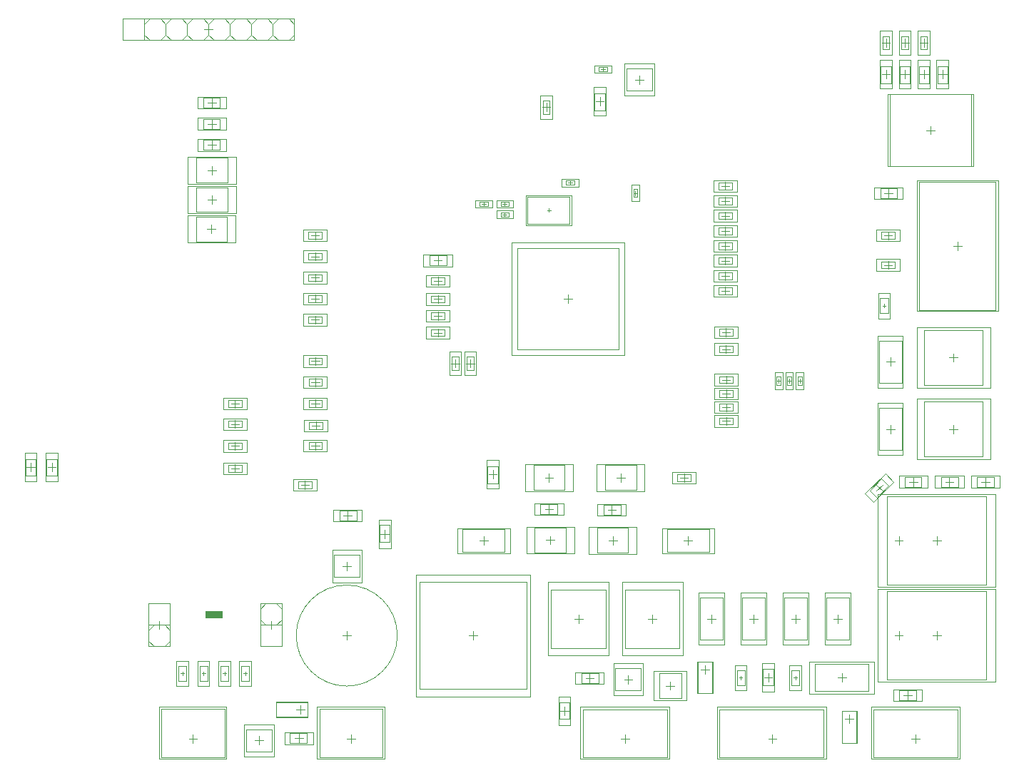
<source format=gbp>
G04*
G04 #@! TF.GenerationSoftware,Altium Limited,Altium Designer,21.8.1 (53)*
G04*
G04 Layer_Color=128*
%FSLAX44Y44*%
%MOMM*%
G71*
G04*
G04 #@! TF.SameCoordinates,1FB688D2-263A-4AAE-8E22-032C2D514067*
G04*
G04*
G04 #@! TF.FilePolarity,Positive*
G04*
G01*
G75*
%ADD14C,0.0500*%
%ADD17C,0.1000*%
G04:AMPARAMS|DCode=46|XSize=0.8mm|YSize=2mm|CornerRadius=0.004mm|HoleSize=0mm|Usage=FLASHONLY|Rotation=90.000|XOffset=0mm|YOffset=0mm|HoleType=Round|Shape=RoundedRectangle|*
%AMROUNDEDRECTD46*
21,1,0.8000,1.9920,0,0,90.0*
21,1,0.7920,2.0000,0,0,90.0*
1,1,0.0080,0.9960,0.3960*
1,1,0.0080,0.9960,-0.3960*
1,1,0.0080,-0.9960,-0.3960*
1,1,0.0080,-0.9960,0.3960*
%
%ADD46ROUNDEDRECTD46*%
D14*
X422300Y224600D02*
X447700D01*
Y275400D01*
X422300D02*
X447700D01*
X422300Y224600D02*
Y275400D01*
X315200Y224600D02*
Y275400D01*
X289800Y224600D02*
X315200D01*
X289800D02*
Y275400D01*
X315200D01*
X259200Y969950D02*
X462400D01*
Y944550D02*
Y969950D01*
X259200Y944550D02*
X462400D01*
X259200D02*
Y969950D01*
D17*
X585000Y237500D02*
G03*
X585000Y237500I-60000J0D01*
G01*
X847502Y577499D02*
Y697498D01*
X727502Y577499D02*
X847502D01*
X727502D02*
Y697498D01*
X847502D01*
X383002Y705352D02*
Y734652D01*
X346001Y705352D02*
X383002D01*
X346001D02*
Y734652D01*
X383002D01*
X843800Y172300D02*
Y198700D01*
X874200D01*
Y172300D02*
Y198700D01*
X843800Y172300D02*
X874200D01*
X457500Y121500D02*
X477492D01*
X457500Y109500D02*
X477492D01*
X457500D02*
Y121500D01*
X477492Y109500D02*
Y121500D01*
X789250Y138508D02*
Y158500D01*
X777250Y138508D02*
Y158500D01*
X789250D01*
X777250Y138508D02*
X789250D01*
X803758Y181000D02*
X823750D01*
X803758Y193000D02*
X823750D01*
Y181000D02*
Y193000D01*
X803758Y181000D02*
Y193000D01*
X436200Y99800D02*
Y126200D01*
X405800Y99800D02*
X436200D01*
X405800D02*
Y126200D01*
X436200D01*
X895550Y193200D02*
X921950D01*
Y162800D02*
Y193200D01*
X895550Y162800D02*
X921950D01*
X895550D02*
Y193200D01*
X767500Y292301D02*
X832499D01*
X767500Y222701D02*
Y292301D01*
Y222701D02*
X832499D01*
Y292301D01*
X919999Y222701D02*
Y292301D01*
X855000Y222701D02*
X919999D01*
X855000D02*
Y292301D01*
X919999D01*
X967000Y93000D02*
X1091000D01*
X967000D02*
Y150000D01*
X1091000D01*
Y93000D02*
Y150000D01*
X611501Y300998D02*
X738501D01*
X611501Y173998D02*
X738501D01*
X611501D02*
Y300998D01*
X738501Y173998D02*
Y300998D01*
X625000Y654500D02*
X641000D01*
X625000Y662501D02*
X641000D01*
Y654500D02*
Y662501D01*
X625000Y654500D02*
Y662501D01*
X967250Y528750D02*
X983250D01*
X967250Y520749D02*
X983250D01*
X967250D02*
Y528750D01*
X983250Y520749D02*
Y528750D01*
X983000Y593499D02*
Y601500D01*
X967000Y593499D02*
Y601500D01*
Y593499D02*
X983000D01*
X967000Y601500D02*
X983000D01*
Y573499D02*
Y581500D01*
X967000Y573499D02*
Y581500D01*
Y573499D02*
X983000D01*
X967000Y581500D02*
X983000D01*
X1165993Y297498D02*
Y402499D01*
X1283993D01*
Y297498D02*
Y402499D01*
X1165993Y297498D02*
X1283993D01*
X1175000Y350000D02*
X1185000D01*
X1180000Y345000D02*
Y355000D01*
X1157748Y620252D02*
Y637751D01*
X1167248D01*
Y620252D02*
Y637751D01*
X1157748Y620252D02*
X1167248D01*
X1159500Y673500D02*
Y681501D01*
X1175500Y673500D02*
Y681501D01*
X1159500D02*
X1175500D01*
X1159500Y673500D02*
X1175500D01*
X1159500Y708500D02*
Y716501D01*
X1175500Y708500D02*
Y716501D01*
X1159500D02*
X1175500D01*
X1159500Y708500D02*
X1175500D01*
X1204450Y623800D02*
Y776200D01*
X1294450D01*
Y623800D02*
Y776200D01*
X1204450Y623800D02*
X1294450D01*
X1158008Y756500D02*
Y768500D01*
X1178000Y756500D02*
Y768500D01*
X1158008D02*
X1178000D01*
X1158008Y756500D02*
X1178000D01*
X623508Y676750D02*
X643500D01*
X623508Y688750D02*
X643500D01*
Y676750D02*
Y688750D01*
X623508Y676750D02*
Y688750D01*
X983250Y536999D02*
Y545000D01*
X967250Y536999D02*
Y545000D01*
Y536999D02*
X983250D01*
X967250Y545000D02*
X983250D01*
X967250Y512500D02*
X983250D01*
X967250Y504499D02*
X983250D01*
X967250D02*
Y512500D01*
X983250Y504499D02*
Y512500D01*
X967250Y496250D02*
X983250D01*
X967250Y488249D02*
X983250D01*
X967250D02*
Y496250D01*
X983250Y488249D02*
Y496250D01*
X987749Y178752D02*
Y196252D01*
X997248D01*
Y178752D02*
Y196252D01*
X987749Y178752D02*
X997248D01*
X1019000Y178008D02*
X1031000D01*
X1019000Y198000D02*
X1031000D01*
X1019000Y178008D02*
Y198000D01*
X1031000Y178008D02*
Y198000D01*
X1052498Y178752D02*
Y196252D01*
X1061998D01*
Y178752D02*
Y196252D01*
X1052498Y178752D02*
X1061998D01*
X1080750Y171500D02*
Y203500D01*
X1144250Y171500D02*
Y203500D01*
X1080750D02*
X1144250D01*
X1080750Y171500D02*
X1144250D01*
X941500Y168751D02*
Y206251D01*
X958500D01*
Y168751D02*
Y206251D01*
X941500Y168751D02*
X958500D01*
X1180000Y232500D02*
Y242500D01*
X1175000Y237500D02*
X1185000D01*
X1165993Y184998D02*
X1283993D01*
Y289999D01*
X1165993D02*
X1283993D01*
X1165993Y184998D02*
Y289999D01*
X1180758Y160750D02*
X1200751D01*
X1180758Y172750D02*
X1200751D01*
Y160750D02*
Y172750D01*
X1180758Y160750D02*
Y172750D01*
X1112751Y110251D02*
X1129750D01*
Y147751D01*
X1112751D02*
X1129750D01*
X1112751Y110251D02*
Y147751D01*
X1250000Y93000D02*
Y150000D01*
X1150000D02*
X1250000D01*
X1150000Y93000D02*
Y150000D01*
Y93000D02*
X1250000D01*
X905000D02*
Y150000D01*
X805000D02*
X905000D01*
X805000Y93000D02*
Y150000D01*
Y93000D02*
X905000D01*
X1093999Y232500D02*
Y282500D01*
X1120998D01*
Y232500D02*
Y282500D01*
X1093999Y232500D02*
X1120998D01*
X1044002Y282500D02*
X1071002D01*
X1044002Y232500D02*
Y282500D01*
Y232500D02*
X1071002D01*
Y282500D01*
X994002D02*
X1021001D01*
X994002Y232500D02*
Y282500D01*
Y232500D02*
X1021001D01*
Y282500D01*
X943999Y232500D02*
X970998D01*
Y282500D01*
X943999D02*
X970998D01*
X943999Y232500D02*
Y282500D01*
X933250Y420749D02*
Y428750D01*
X917250Y420749D02*
Y428750D01*
Y420749D02*
X933250D01*
X917250Y428750D02*
X933250D01*
X830008Y380750D02*
X850000D01*
X830008Y392750D02*
X850000D01*
Y380750D02*
Y392750D01*
X830008Y380750D02*
Y392750D01*
X774492Y381500D02*
Y393500D01*
X754500Y381500D02*
Y393500D01*
Y381500D02*
X774492D01*
X754500Y393500D02*
X774492D01*
X712500Y336499D02*
Y363498D01*
X662500D02*
X712500D01*
X662500Y336499D02*
Y363498D01*
Y336499D02*
X712500D01*
X748001Y365401D02*
X785002D01*
X748001Y336101D02*
Y365401D01*
Y336101D02*
X785002D01*
Y365401D01*
X955000Y336499D02*
Y363498D01*
X905000D02*
X955000D01*
X905000Y336499D02*
Y363498D01*
Y336499D02*
X955000D01*
X821998Y335849D02*
X858998D01*
Y365148D01*
X821998D02*
X858998D01*
X821998Y335849D02*
Y365148D01*
X831498Y410348D02*
X868499D01*
Y439648D01*
X831498D02*
X868499D01*
X831498Y410348D02*
Y439648D01*
X746501Y439652D02*
X783502D01*
X746501Y410352D02*
Y439652D01*
Y410352D02*
X783502D01*
Y439652D01*
X692250Y438242D02*
X704250D01*
X692250Y418250D02*
X704250D01*
Y438242D01*
X692250Y418250D02*
Y438242D01*
X1060000Y535000D02*
Y545000D01*
X1065000Y535000D02*
Y545000D01*
X1060000Y535000D02*
X1065000D01*
X1060000Y545000D02*
X1065000D01*
X1052500Y535000D02*
Y545000D01*
X1047500Y535000D02*
Y545000D01*
X1052500D01*
X1047500Y535000D02*
X1052500D01*
X1035000D02*
Y545000D01*
X1040000Y535000D02*
Y545000D01*
X1035000Y535000D02*
X1040000D01*
X1035000Y545000D02*
X1040000D01*
X667499Y552500D02*
X675500D01*
X667499Y568500D02*
X675500D01*
X667499Y552500D02*
Y568500D01*
X675500Y552500D02*
Y568500D01*
X649749Y552500D02*
X657750D01*
X649749Y568500D02*
X657750D01*
X649749Y552500D02*
Y568500D01*
X657750Y552500D02*
Y568500D01*
X982000Y767249D02*
Y775250D01*
X966000Y767249D02*
Y775250D01*
Y767249D02*
X982000D01*
X966000Y775250D02*
X982000D01*
X982000Y749499D02*
Y757500D01*
X966000Y749499D02*
Y757500D01*
Y749499D02*
X982000D01*
X966000Y757500D02*
X982000D01*
X966000Y721750D02*
X982000D01*
X966000Y713749D02*
X982000D01*
X966000D02*
Y721750D01*
X982000Y713749D02*
Y721750D01*
X966000Y704000D02*
X982000D01*
X966000Y695999D02*
X982000D01*
X966000D02*
Y704000D01*
X982000Y695999D02*
Y704000D01*
Y678499D02*
Y686500D01*
X966000Y678499D02*
Y686500D01*
Y678499D02*
X982000D01*
X966000Y686500D02*
X982000D01*
Y660499D02*
Y668500D01*
X966000Y660499D02*
Y668500D01*
Y660499D02*
X982000D01*
X966000Y668500D02*
X982000D01*
Y642749D02*
Y650750D01*
X966000Y642749D02*
Y650750D01*
Y642749D02*
X982000D01*
X966000Y650750D02*
X982000D01*
X739498Y726500D02*
Y758500D01*
X789499D01*
Y726500D02*
Y758500D01*
X739498Y726500D02*
X789499D01*
X707500Y747500D02*
X717500D01*
X707500Y752500D02*
X717500D01*
Y747500D02*
Y752500D01*
X707500Y747500D02*
Y752500D01*
Y735000D02*
X717500D01*
X707500Y740000D02*
X717500D01*
Y735000D02*
Y740000D01*
X707500Y735000D02*
Y740000D01*
X682500Y752500D02*
X692500D01*
X682500Y747500D02*
X692500D01*
X682500D02*
Y752500D01*
X692500Y747500D02*
Y752500D01*
X785000Y772500D02*
X795000D01*
X785000Y777500D02*
X795000D01*
Y772500D02*
Y777500D01*
X785000Y772500D02*
Y777500D01*
X757750Y873000D02*
X765751D01*
X757750Y857000D02*
X765751D01*
Y873000D01*
X757750Y857000D02*
Y873000D01*
X857050Y884300D02*
X887450D01*
Y910700D01*
X857050D02*
X887450D01*
X857050Y884300D02*
Y910700D01*
X819250Y881242D02*
X831250D01*
X819250Y861250D02*
X831250D01*
Y881242D01*
X819250Y861250D02*
Y881242D01*
X824000Y907500D02*
X834000D01*
X824000Y912500D02*
X834000D01*
Y907500D02*
Y912500D01*
X824000Y907500D02*
Y912500D01*
X870000Y758000D02*
Y768000D01*
X865000Y758000D02*
Y768000D01*
X870000D01*
X865000Y758000D02*
X870000D01*
X625000Y593000D02*
X641000D01*
X625000Y601001D02*
X641000D01*
Y593000D02*
Y601001D01*
X625000Y593000D02*
Y601001D01*
X625000Y613000D02*
Y621001D01*
X641000Y613000D02*
Y621001D01*
X625000D02*
X641000D01*
X625000Y613000D02*
X641000D01*
X625000Y633000D02*
Y641001D01*
X641000Y633000D02*
Y641001D01*
X625000D02*
X641000D01*
X625000Y633000D02*
X641000D01*
X564250Y348758D02*
X576250D01*
X564250Y368750D02*
X576250D01*
X564250Y348758D02*
Y368750D01*
X576250Y348758D02*
Y368750D01*
X516508Y373750D02*
Y385750D01*
X536500Y373750D02*
Y385750D01*
X516508D02*
X536500D01*
X516508Y373750D02*
X536500D01*
X441251Y141250D02*
Y158250D01*
Y141250D02*
X478751D01*
Y158250D01*
X441251D02*
X478751D01*
X305000Y150750D02*
X380000D01*
Y93250D02*
Y150750D01*
X305000Y93250D02*
X380000D01*
X305000D02*
Y150750D01*
X492500Y93250D02*
Y150750D01*
Y93250D02*
X567500D01*
Y150750D01*
X492500D02*
X567500D01*
X399752Y201248D02*
X409252D01*
X399752Y183749D02*
Y201248D01*
Y183749D02*
X409252D01*
Y201248D01*
X375252D02*
X384752D01*
X375252Y183749D02*
Y201248D01*
Y183749D02*
X384752D01*
Y201248D01*
X350252D02*
X359752D01*
X350252Y183749D02*
Y201248D01*
Y183749D02*
X359752D01*
Y201248D01*
X325252D02*
X334752D01*
X325252Y183749D02*
Y201248D01*
Y183749D02*
X334752D01*
Y201248D01*
X422300Y224600D02*
Y250000D01*
X447700D01*
X422300Y224600D02*
X447700D01*
X422300Y256350D02*
X428650Y250000D01*
X422300Y256350D02*
Y269050D01*
X428650Y275400D01*
X441350D01*
X447700Y269050D01*
Y256350D02*
Y269050D01*
X441350Y250000D02*
X447700Y256350D01*
Y224600D02*
Y250000D01*
X289800D02*
Y275400D01*
Y243650D02*
X296150Y250000D01*
X289800Y230950D02*
Y243650D01*
Y230950D02*
X296150Y224600D01*
X308850D01*
X315200Y230950D01*
Y243650D01*
X308850Y250000D02*
X315200Y243650D01*
X289800Y275400D02*
X315200D01*
X289800Y250000D02*
X315200D01*
Y275400D01*
X169000Y446992D02*
X181000D01*
X169000Y427000D02*
X181000D01*
Y446992D01*
X169000Y427000D02*
Y446992D01*
X144000Y427000D02*
Y446992D01*
X156000Y427000D02*
Y446992D01*
X144000Y427000D02*
X156000D01*
X144000Y446992D02*
X156000D01*
X346501Y769651D02*
X383501D01*
X346501Y740352D02*
Y769651D01*
Y740352D02*
X383501D01*
Y769651D01*
X384500Y432000D02*
X400500D01*
X384500Y440001D02*
X400500D01*
Y432000D02*
Y440001D01*
X384500Y432000D02*
Y440001D01*
X384250Y458500D02*
X400250D01*
X384250Y466501D02*
X400250D01*
Y458500D02*
Y466501D01*
X384250Y458500D02*
Y466501D01*
X384250Y484500D02*
Y492501D01*
X400250Y484500D02*
Y492501D01*
X384250D02*
X400250D01*
X384250Y484500D02*
X400250D01*
X384500Y508750D02*
Y516751D01*
X400500Y508750D02*
Y516751D01*
X384500D02*
X400500D01*
X384500Y508750D02*
X400500D01*
X479750Y458750D02*
Y466751D01*
X495750Y458750D02*
Y466751D01*
X479750D02*
X495750D01*
X479750Y458750D02*
X495750D01*
X480250Y482750D02*
Y490751D01*
X496250Y482750D02*
Y490751D01*
X480250D02*
X496250D01*
X480250Y482750D02*
X496250D01*
X479750Y509000D02*
Y517001D01*
X495750Y509000D02*
Y517001D01*
X479750D02*
X495750D01*
X479750Y509000D02*
X495750D01*
X479750Y534250D02*
X495750D01*
X479750Y542251D02*
X495750D01*
Y534250D02*
Y542251D01*
X479750Y534250D02*
Y542251D01*
Y559250D02*
X495750D01*
X479750Y567252D02*
X495750D01*
Y559250D02*
Y567252D01*
X479750Y559250D02*
Y567252D01*
X467250Y412250D02*
X483250D01*
X467250Y420251D02*
X483250D01*
Y412250D02*
Y420251D01*
X467250Y412250D02*
Y420251D01*
X479500Y658500D02*
X495500D01*
X479500Y666501D02*
X495500D01*
Y658500D02*
Y666501D01*
X479500Y658500D02*
Y666501D01*
Y683500D02*
X495500D01*
X479500Y691501D02*
X495500D01*
Y683500D02*
Y691501D01*
X479500Y683500D02*
Y691501D01*
Y708500D02*
X495500D01*
X479500Y716501D02*
X495500D01*
Y708500D02*
Y716501D01*
X479500Y708500D02*
Y716501D01*
X346501Y804652D02*
X383501D01*
X346501Y775352D02*
Y804652D01*
Y775352D02*
X383501D01*
Y804652D01*
X411600Y963600D02*
X417950Y969950D01*
X430650D01*
X437000Y963600D01*
Y950900D02*
Y963600D01*
X430650Y944550D02*
X437000Y950900D01*
X417950Y944550D02*
X430650D01*
X411600Y950900D02*
X417950Y944550D01*
X360800Y963600D02*
X367150Y969950D01*
X379850D01*
X386200Y963600D01*
Y950900D02*
Y963600D01*
X379850Y944550D02*
X386200Y950900D01*
X367150Y944550D02*
X379850D01*
X360800Y950900D02*
X367150Y944550D01*
X335400Y950900D02*
X341750Y944550D01*
X354450D01*
X360800Y950900D01*
Y963600D01*
X354450Y969950D02*
X360800Y963600D01*
X341750Y969950D02*
X354450D01*
X335400Y963600D02*
X341750Y969950D01*
X310000Y963600D02*
X316350Y969950D01*
X329050D01*
X335400Y963600D01*
Y950900D02*
Y963600D01*
X329050Y944550D02*
X335400Y950900D01*
X316350Y944550D02*
X329050D01*
X310000Y950900D02*
X316350Y944550D01*
X259200D02*
X284600D01*
Y950900D02*
X290950Y944550D01*
X303650D01*
X310000Y950900D01*
Y963600D01*
X303650Y969950D02*
X310000Y963600D01*
X290950Y969950D02*
X303650D01*
X284600Y963600D02*
X290950Y969950D01*
X259200Y944550D02*
Y969950D01*
X284600Y944550D02*
Y969950D01*
X259200D02*
X284600D01*
X386200Y950900D02*
X392550Y944550D01*
X405250D01*
X411600Y950900D01*
Y963600D01*
X405250Y969950D02*
X411600Y963600D01*
X392550Y969950D02*
X405250D01*
X386200Y963600D02*
X392550Y969950D01*
X437000Y950900D02*
X443350Y944550D01*
X456050D01*
X462400Y950900D01*
Y963600D01*
X456050Y969950D02*
X462400Y963600D01*
X443350Y969950D02*
X456050D01*
X437000Y963600D02*
X443350Y969950D01*
X374492Y814000D02*
Y826000D01*
X354500Y814000D02*
Y826000D01*
Y814000D02*
X374492D01*
X354500Y826000D02*
X374492D01*
Y839000D02*
Y851000D01*
X354500Y839000D02*
Y851000D01*
Y839000D02*
X374492D01*
X354500Y851000D02*
X374492D01*
Y864000D02*
Y876000D01*
X354500Y864000D02*
Y876000D01*
Y864000D02*
X374492D01*
X354500Y876000D02*
X374492D01*
X1266018Y795000D02*
Y880000D01*
X1169016D02*
X1266018D01*
X1169016Y795000D02*
Y880000D01*
Y795000D02*
X1266018D01*
X1156502Y587500D02*
X1183501D01*
X1156502Y537500D02*
Y587500D01*
Y537500D02*
X1183501D01*
Y587500D01*
X1210199Y534999D02*
Y599999D01*
Y534999D02*
X1279799D01*
Y599999D01*
X1210199D02*
X1279799D01*
X1210199Y514999D02*
X1279799D01*
Y450000D02*
Y514999D01*
X1210199Y450000D02*
X1279799D01*
X1210199D02*
Y514999D01*
X1183501Y457500D02*
Y507500D01*
X1156502Y457500D02*
X1183501D01*
X1156502D02*
Y507500D01*
X1183501D01*
X1145333Y409818D02*
X1159469Y423954D01*
X1153818Y401333D02*
X1167954Y415469D01*
X1145333Y409818D02*
X1153818Y401333D01*
X1159469Y423954D02*
X1167954Y415469D01*
X1206992Y414000D02*
Y426000D01*
X1187000Y414000D02*
Y426000D01*
Y414000D02*
X1206992D01*
X1187000Y426000D02*
X1206992D01*
X1230508Y414000D02*
Y426000D01*
X1250500Y414000D02*
Y426000D01*
X1230508D02*
X1250500D01*
X1230508Y414000D02*
X1250500D01*
X1273008D02*
Y426000D01*
X1293000Y414000D02*
Y426000D01*
X1273008D02*
X1293000D01*
X1273008Y414000D02*
X1293000D01*
X1225750Y913242D02*
X1237750D01*
X1225750Y893250D02*
X1237750D01*
Y913242D01*
X1225750Y893250D02*
Y913242D01*
X510050Y333200D02*
X540449D01*
X510050Y306800D02*
Y333200D01*
Y306800D02*
X540449D01*
Y333200D01*
X1158750Y913242D02*
X1170750D01*
X1158750Y893250D02*
X1170750D01*
Y913242D01*
X1158750Y893250D02*
Y913242D01*
X1181250D02*
X1193250D01*
X1181250Y893250D02*
X1193250D01*
Y913242D01*
X1181250Y893250D02*
Y913242D01*
X1203750D02*
X1215750D01*
X1203750Y893250D02*
X1215750D01*
Y913242D01*
X1203750Y893250D02*
Y913242D01*
X1205749Y933250D02*
X1213750D01*
X1205749Y949250D02*
X1213750D01*
X1205749Y933250D02*
Y949250D01*
X1213750Y933250D02*
Y949250D01*
X1183249Y933250D02*
X1191250D01*
X1183249Y949250D02*
X1191250D01*
X1183249Y933250D02*
Y949250D01*
X1191250Y933250D02*
Y949250D01*
X1160749Y933250D02*
X1168750D01*
X1160749Y949250D02*
X1168750D01*
X1160749Y933250D02*
Y949250D01*
X1168750Y933250D02*
Y949250D01*
X982000Y731749D02*
Y739750D01*
X966000Y731749D02*
Y739750D01*
Y731749D02*
X982000D01*
X966000Y739750D02*
X982000D01*
X479500Y633500D02*
Y641501D01*
X495500Y633500D02*
Y641501D01*
X479500D02*
X495500D01*
X479500Y633500D02*
X495500D01*
X479500Y608500D02*
Y616501D01*
X495500Y608500D02*
Y616501D01*
X479500D02*
X495500D01*
X479500Y608500D02*
X495500D01*
X585000Y237500D02*
G03*
X585000Y237500I-60000J0D01*
G01*
X782500Y637500D02*
X792500D01*
X787500Y632500D02*
Y642500D01*
X720500Y570500D02*
Y704500D01*
X854500Y570500D02*
Y704500D01*
X720500Y570500D02*
X854500D01*
X720500Y704500D02*
X854500D01*
X336000Y736000D02*
X393000D01*
Y704000D02*
Y736000D01*
X336000Y704000D02*
X393000D01*
X336000D02*
Y736000D01*
X359500Y720000D02*
X369500D01*
X364500Y715000D02*
Y725000D01*
X841500Y166250D02*
X876500D01*
X841500Y204750D02*
X876500D01*
X841500Y166250D02*
Y204750D01*
X876500Y166250D02*
Y204750D01*
X859000Y180500D02*
Y190500D01*
X854000Y185500D02*
X864000D01*
X468000Y110500D02*
Y120500D01*
X463000Y115500D02*
X473000D01*
X485000Y108500D02*
Y122500D01*
X451000Y108500D02*
Y122500D01*
Y108500D02*
X485000D01*
X451000Y122500D02*
X485000D01*
X778250Y148000D02*
X788250D01*
X783250Y143000D02*
Y153000D01*
X776250Y131000D02*
X790250D01*
X776250Y165000D02*
X790250D01*
X776250Y131000D02*
Y165000D01*
X790250Y131000D02*
Y165000D01*
X813250Y182000D02*
Y192000D01*
X808250Y187000D02*
X818250D01*
X796250Y180000D02*
Y194000D01*
X830250Y180000D02*
Y194000D01*
X796250D02*
X830250D01*
X796250Y180000D02*
X830250D01*
X403500Y132250D02*
X438500D01*
X403500Y93750D02*
X438500D01*
Y132250D01*
X403500Y93750D02*
Y132250D01*
X421000Y108000D02*
Y118000D01*
X416000Y113000D02*
X426000D01*
X889500Y160500D02*
Y195500D01*
X928000Y160500D02*
Y195500D01*
X889500D02*
X928000D01*
X889500Y160500D02*
X928000D01*
X903750Y178000D02*
X913750D01*
X908750Y173000D02*
Y183000D01*
X795000Y257500D02*
X805000D01*
X800000Y252500D02*
Y262500D01*
X764000Y214000D02*
Y301000D01*
X836000Y214000D02*
Y301000D01*
X764000Y214000D02*
X836000D01*
X764000Y301000D02*
X836000D01*
X851500D02*
X923500D01*
X851500Y214000D02*
X923500D01*
Y301000D01*
X851500Y214000D02*
Y301000D01*
X887500Y252500D02*
Y262500D01*
X882500Y257500D02*
X892500D01*
X1025000Y115000D02*
X1035000D01*
X1030000Y110000D02*
Y120000D01*
X1094100Y90870D02*
Y153100D01*
X964560D02*
X1094100D01*
X964560Y90870D02*
Y153100D01*
Y90870D02*
X1094100D01*
X675000Y232500D02*
Y242500D01*
X670000Y237500D02*
X680000D01*
X742500Y165000D02*
Y310000D01*
X607500Y165000D02*
X742500D01*
X607500D02*
Y310000D01*
X742500D01*
X619000Y651500D02*
Y665500D01*
X647000Y651500D02*
Y665500D01*
X619000D02*
X647000D01*
X619000Y651500D02*
X647000D01*
X633000Y653750D02*
Y663250D01*
X628250Y658500D02*
X637750D01*
X989250Y517750D02*
Y531750D01*
X961250Y517750D02*
Y531750D01*
Y517750D02*
X989250D01*
X961250Y531750D02*
X989250D01*
X975250Y520000D02*
Y529500D01*
X970500Y524750D02*
X980000D01*
X970250Y597500D02*
X979750D01*
X975000Y592750D02*
Y602250D01*
X961000Y604500D02*
X989000D01*
X961000Y590500D02*
X989000D01*
X961000D02*
Y604500D01*
X989000Y590500D02*
Y604500D01*
X970250Y577500D02*
X979750D01*
X975000Y572750D02*
Y582250D01*
X961000Y584500D02*
X989000D01*
X961000Y570500D02*
X989000D01*
X961000D02*
Y584500D01*
X989000Y570500D02*
Y584500D01*
X1155000Y295000D02*
Y405000D01*
Y295000D02*
X1290000D01*
X1295000D01*
Y405000D01*
X1155000D02*
X1295000D01*
X1225000Y345000D02*
Y355000D01*
X1220000Y350000D02*
X1230000D01*
X1155500Y614000D02*
Y644000D01*
X1169500D01*
Y615000D02*
Y644000D01*
Y614000D02*
Y615000D01*
X1155500Y614000D02*
X1169500D01*
X1160500Y629000D02*
X1164500D01*
X1162500Y627000D02*
Y631000D01*
X1162750Y677500D02*
X1172250D01*
X1167500Y672750D02*
Y682250D01*
X1153500Y670500D02*
X1181500D01*
X1153500Y684500D02*
X1181500D01*
Y670500D02*
Y684500D01*
X1153500Y670500D02*
Y684500D01*
X1162750Y712500D02*
X1172250D01*
X1167500Y707750D02*
Y717250D01*
X1153500Y705500D02*
X1181500D01*
X1153500Y719500D02*
X1181500D01*
Y705500D02*
Y719500D01*
X1153500Y705500D02*
Y719500D01*
X1201740Y777470D02*
X1298260D01*
X1201740Y622530D02*
Y777470D01*
Y622530D02*
X1298260D01*
Y777470D01*
X1245000Y700000D02*
X1255000D01*
X1250000Y695000D02*
Y705000D01*
X1150500Y755500D02*
X1184500D01*
X1150500Y769500D02*
X1184500D01*
Y755500D02*
Y769500D01*
X1150500Y755500D02*
Y769500D01*
X1162500Y762500D02*
X1172500D01*
X1167500Y757500D02*
Y767500D01*
X633000Y677750D02*
Y687750D01*
X628000Y682750D02*
X638000D01*
X616000Y675750D02*
Y689750D01*
X650000Y675750D02*
Y689750D01*
X616000D02*
X650000D01*
X616000Y675750D02*
X650000D01*
X970500Y541000D02*
X980000D01*
X975250Y536250D02*
Y545750D01*
X961250Y548000D02*
X989250D01*
X961250Y534000D02*
X989250D01*
X961250D02*
Y548000D01*
X989250Y534000D02*
Y548000D01*
Y501500D02*
Y515500D01*
X961250Y501500D02*
Y515500D01*
Y501500D02*
X989250D01*
X961250Y515500D02*
X989250D01*
X975250Y503750D02*
Y513250D01*
X970500Y508500D02*
X980000D01*
X989250Y485250D02*
Y499250D01*
X961250Y485250D02*
Y499250D01*
Y485250D02*
X989250D01*
X961250Y499250D02*
X989250D01*
X975250Y487500D02*
Y497000D01*
X970500Y492250D02*
X980000D01*
X985500Y172500D02*
Y202500D01*
X999500D01*
Y173500D02*
Y202500D01*
Y172500D02*
Y173500D01*
X985500Y172500D02*
X999500D01*
X990500Y187500D02*
X994500D01*
X992500Y185500D02*
Y189500D01*
X1032000Y170500D02*
Y204500D01*
X1018000Y170500D02*
Y204500D01*
X1032000D01*
X1018000Y170500D02*
X1032000D01*
X1025000Y182500D02*
Y192500D01*
X1020000Y187500D02*
X1030000D01*
X1050250Y172500D02*
Y202500D01*
X1064250D01*
Y173500D02*
Y202500D01*
Y172500D02*
Y173500D01*
X1050250Y172500D02*
X1064250D01*
X1055250Y187500D02*
X1059250D01*
X1057250Y185500D02*
Y189500D01*
X1107500Y187500D02*
X1117500D01*
X1112500Y182500D02*
Y192500D01*
X1074000Y168500D02*
X1151000D01*
X1074000Y206500D02*
X1151000D01*
Y168500D02*
Y206500D01*
X1074000Y168500D02*
Y206500D01*
X945000Y197250D02*
X955000D01*
X950000Y192250D02*
Y202250D01*
X959000Y168750D02*
Y206251D01*
X941000Y168750D02*
Y206251D01*
X959000D01*
X941000Y168750D02*
X959000D01*
X1220000Y237500D02*
X1230000D01*
X1225000Y232500D02*
Y242500D01*
X1155000Y292500D02*
X1295000D01*
Y182500D02*
Y292500D01*
X1290000Y182500D02*
X1295000D01*
X1155000D02*
X1290000D01*
X1155000D02*
Y292500D01*
X1190250Y161750D02*
Y171750D01*
X1185250Y166750D02*
X1195250D01*
X1173250Y159750D02*
Y173750D01*
X1207250Y159750D02*
Y173750D01*
X1173250D02*
X1207250D01*
X1173250Y159750D02*
X1207250D01*
X1112250Y110250D02*
X1130250D01*
X1112250Y147751D02*
X1130250D01*
X1112250Y110250D02*
Y147751D01*
X1130250Y110250D02*
Y147751D01*
X1121250Y133750D02*
Y143750D01*
X1116250Y138750D02*
X1126250D01*
X1147060Y90870D02*
X1252470D01*
X1147060D02*
Y153100D01*
X1252470D01*
Y90870D02*
Y153100D01*
X1195000Y115000D02*
X1205000D01*
X1200000Y110000D02*
Y120000D01*
X802060Y90870D02*
X907470D01*
X802060D02*
Y153100D01*
X907470D01*
Y90870D02*
Y153100D01*
X850000Y115000D02*
X860000D01*
X855000Y110000D02*
Y120000D01*
X1102500Y257500D02*
X1112500D01*
X1107500Y252500D02*
Y262500D01*
X1092500Y226500D02*
X1122500D01*
Y288500D01*
X1092500D02*
X1122500D01*
X1092500Y226500D02*
Y288500D01*
X1072500Y226500D02*
Y288500D01*
X1042500Y226500D02*
X1072500D01*
X1042500D02*
Y288500D01*
X1072500D01*
X1057500Y252500D02*
Y262500D01*
X1052500Y257500D02*
X1062500D01*
X1022500Y226500D02*
Y288500D01*
X992500Y226500D02*
X1022500D01*
X992500D02*
Y288500D01*
X1022500D01*
X1007500Y252500D02*
Y262500D01*
X1002500Y257500D02*
X1012500D01*
X942500Y226500D02*
Y288500D01*
X972500D01*
Y226500D02*
Y288500D01*
X942500Y226500D02*
X972500D01*
X957500Y252500D02*
Y262500D01*
X952500Y257500D02*
X962500D01*
X920500Y424750D02*
X930000D01*
X925250Y420000D02*
Y429500D01*
X911250Y431750D02*
X939250D01*
X911250Y417750D02*
X939250D01*
X911250D02*
Y431750D01*
X939250Y417750D02*
Y431750D01*
X839500Y381750D02*
Y391750D01*
X834500Y386750D02*
X844500D01*
X822500Y379750D02*
Y393750D01*
X856500Y379750D02*
Y393750D01*
X822500D02*
X856500D01*
X822500Y379750D02*
X856500D01*
X748000Y394500D02*
X782000D01*
X748000Y380500D02*
X782000D01*
X748000D02*
Y394500D01*
X782000Y380500D02*
Y394500D01*
X760000Y387500D02*
X770000D01*
X765000Y382500D02*
Y392500D01*
X656500Y335000D02*
X718500D01*
X656500D02*
Y365000D01*
X718500D01*
Y335000D02*
Y365000D01*
X682500Y350000D02*
X692500D01*
X687500Y345000D02*
Y355000D01*
X766500Y345750D02*
Y355750D01*
X761500Y350750D02*
X771500D01*
X738000Y334750D02*
Y366750D01*
Y334750D02*
X795000D01*
Y366750D01*
X738000D02*
X795000D01*
X899000Y335000D02*
X961000D01*
X899000D02*
Y365000D01*
X961000D01*
Y335000D02*
Y365000D01*
X925000Y350000D02*
X935000D01*
X930000Y345000D02*
Y355000D01*
X840500Y345500D02*
Y355500D01*
X835500Y350500D02*
X845500D01*
X869000Y334500D02*
Y366500D01*
X812000D02*
X869000D01*
X812000Y334500D02*
Y366500D01*
Y334500D02*
X869000D01*
X850000Y420000D02*
Y430000D01*
X845000Y425000D02*
X855000D01*
X878500Y409000D02*
Y441000D01*
X821500D02*
X878500D01*
X821500Y409000D02*
Y441000D01*
Y409000D02*
X878500D01*
X765000Y420000D02*
Y430000D01*
X760000Y425000D02*
X770000D01*
X736500Y409000D02*
Y441000D01*
Y409000D02*
X793500D01*
Y441000D01*
X736500D02*
X793500D01*
X691250Y411750D02*
Y445750D01*
X705250Y411750D02*
Y445750D01*
X691250Y411750D02*
X705250D01*
X691250Y445750D02*
X705250D01*
X698250Y423750D02*
Y433750D01*
X693250Y428750D02*
X703250D01*
X1060000Y540000D02*
X1065000D01*
X1062500Y537500D02*
Y542500D01*
X1058000Y550000D02*
X1067000D01*
X1058000Y530000D02*
X1067000D01*
Y550000D01*
X1058000Y530000D02*
Y550000D01*
X1047500Y540000D02*
X1052500D01*
X1050000Y537500D02*
Y542500D01*
X1045500Y530000D02*
X1054500D01*
X1045500Y550000D02*
X1054500D01*
X1045500Y530000D02*
Y550000D01*
X1054500Y530000D02*
Y550000D01*
X1035000Y540000D02*
X1040000D01*
X1037500Y537500D02*
Y542500D01*
X1033000Y550000D02*
X1042000D01*
X1033000Y530000D02*
X1042000D01*
Y550000D01*
X1033000Y530000D02*
Y550000D01*
X671500Y555750D02*
Y565250D01*
X666749Y560500D02*
X676250D01*
X678500Y546500D02*
Y574500D01*
X664500Y546500D02*
Y574500D01*
X678500D01*
X664500Y546500D02*
X678500D01*
X653750Y555750D02*
Y565250D01*
X649000Y560500D02*
X658500D01*
X660750Y546500D02*
Y574500D01*
X646750Y546500D02*
Y574500D01*
X660750D01*
X646750Y546500D02*
X660750D01*
X969250Y771250D02*
X978750D01*
X974000Y766500D02*
Y776000D01*
X960000Y778250D02*
X988000D01*
X960000Y764250D02*
X988000D01*
X960000D02*
Y778250D01*
X988000Y764250D02*
Y778250D01*
X969250Y753500D02*
X978750D01*
X974000Y748750D02*
Y758251D01*
X960000Y760500D02*
X987999D01*
X960000Y746500D02*
X987999D01*
X960000D02*
Y760500D01*
X987999Y746500D02*
Y760500D01*
X988000Y710750D02*
Y724750D01*
X960000Y710750D02*
Y724750D01*
Y710750D02*
X988000D01*
X960000Y724750D02*
X988000D01*
X974000Y713000D02*
Y722500D01*
X969250Y717750D02*
X978750D01*
X988000Y693000D02*
Y707000D01*
X960000Y693000D02*
Y707000D01*
Y693000D02*
X988000D01*
X960000Y707000D02*
X988000D01*
X974000Y695250D02*
Y704750D01*
X969250Y700000D02*
X978750D01*
X969250Y682500D02*
X978750D01*
X974000Y677750D02*
Y687250D01*
X960000Y689500D02*
X988000D01*
X960000Y675500D02*
X988000D01*
X960000D02*
Y689500D01*
X988000Y675500D02*
Y689500D01*
X969250Y664500D02*
X978750D01*
X974000Y659750D02*
Y669250D01*
X960000Y671500D02*
X988000D01*
X960000Y657500D02*
X988000D01*
X960000D02*
Y671500D01*
X988000Y657500D02*
Y671500D01*
X969250Y646750D02*
X978750D01*
X974000Y642000D02*
Y651500D01*
X960000Y653750D02*
X988000D01*
X960000Y639750D02*
X988000D01*
X960000D02*
Y653750D01*
X988000Y639750D02*
Y653750D01*
X765000Y740500D02*
Y744500D01*
X763000Y742500D02*
X767000D01*
X737500Y724500D02*
X791500D01*
Y760500D01*
X737500D02*
X791500D01*
X737500Y724500D02*
Y760500D01*
X712500Y747500D02*
Y752500D01*
X710000Y750000D02*
X715000D01*
X702500Y745500D02*
Y754500D01*
X722500Y745500D02*
Y754500D01*
X702500D02*
X722500D01*
X702500Y745500D02*
X722500D01*
X712500Y735000D02*
Y740000D01*
X710000Y737500D02*
X715000D01*
X702500Y733000D02*
Y742000D01*
X722500Y733000D02*
Y742000D01*
X702500D02*
X722500D01*
X702500Y733000D02*
X722500D01*
X687500Y747500D02*
Y752500D01*
X685000Y750000D02*
X690000D01*
X697500Y745500D02*
Y754500D01*
X677500Y745500D02*
Y754500D01*
Y745500D02*
X697500D01*
X677500Y754500D02*
X697500D01*
X790000Y772500D02*
Y777500D01*
X787500Y775000D02*
X792500D01*
X780000Y770500D02*
Y779500D01*
X800000Y770500D02*
Y779500D01*
X780000D02*
X800000D01*
X780000Y770500D02*
X800000D01*
X761750Y860250D02*
Y869750D01*
X757000Y865000D02*
X766500D01*
X754750Y851000D02*
Y879000D01*
X768750Y851000D02*
Y879000D01*
X754750Y851000D02*
X768750D01*
X754750Y879000D02*
X768750D01*
X867250Y897500D02*
X877250D01*
X872250Y892500D02*
Y902500D01*
X889750Y878250D02*
Y916750D01*
X854750Y878250D02*
Y916750D01*
X889750D01*
X854750Y878250D02*
X889750D01*
X818250Y854750D02*
Y888750D01*
X832250Y854750D02*
Y888750D01*
X818250Y854750D02*
X832250D01*
X818250Y888750D02*
X832250D01*
X825250Y866750D02*
Y876750D01*
X820250Y871750D02*
X830250D01*
X829000Y907500D02*
Y912500D01*
X826500Y910000D02*
X831500D01*
X819000Y905500D02*
Y914500D01*
X839000Y905500D02*
Y914500D01*
X819000D02*
X839000D01*
X819000Y905500D02*
X839000D01*
X865000Y763000D02*
X870000D01*
X867500Y760500D02*
Y765500D01*
X863000Y753000D02*
X872000D01*
X863000Y773000D02*
X872000D01*
X863000Y753000D02*
Y773000D01*
X872000Y753000D02*
Y773000D01*
X619000Y590000D02*
Y604000D01*
X647000Y590000D02*
Y604000D01*
X619000D02*
X647000D01*
X619000Y590000D02*
X647000D01*
X633000Y592250D02*
Y601750D01*
X628250Y597000D02*
X637750D01*
X628250Y617000D02*
X637750D01*
X632999Y612250D02*
Y621750D01*
X618999Y610000D02*
X647000D01*
X618999Y624000D02*
X647000D01*
Y610000D02*
Y624000D01*
X618999Y610000D02*
Y624000D01*
X628250Y637000D02*
X637750D01*
X633000Y632250D02*
Y641750D01*
X619000Y630000D02*
X647000D01*
X619000Y644000D02*
X647000D01*
Y630000D02*
Y644000D01*
X619000Y630000D02*
Y644000D01*
X577250Y341250D02*
Y375250D01*
X563250Y341250D02*
Y375250D01*
X577250D01*
X563250Y341250D02*
X577250D01*
X570250Y353250D02*
Y363250D01*
X565250Y358250D02*
X575250D01*
X509000Y372750D02*
X543000D01*
X509000Y386750D02*
X543000D01*
Y372750D02*
Y386750D01*
X509000Y372750D02*
Y386750D01*
X521000Y379750D02*
X531000D01*
X526000Y374750D02*
Y384750D01*
X441250Y140750D02*
Y158750D01*
X478751Y140750D02*
Y158750D01*
X441250D02*
X478751D01*
X441250Y140750D02*
X478751D01*
X464750Y149750D02*
X474750D01*
X469750Y144750D02*
Y154750D01*
X337500Y115000D02*
X347500D01*
X342500Y110000D02*
Y120000D01*
X382070Y90870D02*
Y153100D01*
X302060D02*
X382070D01*
X302060Y90870D02*
Y153100D01*
Y90870D02*
X382070D01*
X489560D02*
X569570D01*
X489560D02*
Y153100D01*
X569570D01*
Y90870D02*
Y153100D01*
X530000Y110000D02*
Y120000D01*
X525000Y115000D02*
X535000D01*
X520000Y237500D02*
X530000D01*
X525000Y232500D02*
Y242500D01*
X404500Y190500D02*
Y194500D01*
X402500Y192500D02*
X406500D01*
X397500Y207500D02*
X411500D01*
X397500Y206500D02*
Y207500D01*
Y177500D02*
Y206500D01*
Y177500D02*
X411500D01*
Y207500D01*
X380000Y190500D02*
Y194500D01*
X378000Y192500D02*
X382000D01*
X373000Y207500D02*
X387000D01*
X373000Y206500D02*
Y207500D01*
Y177500D02*
Y206500D01*
Y177500D02*
X387000D01*
Y207500D01*
X355000Y190500D02*
Y194500D01*
X353000Y192500D02*
X357000D01*
X348000Y207500D02*
X362000D01*
X348000Y206500D02*
Y207500D01*
Y177500D02*
Y206500D01*
Y177500D02*
X362000D01*
Y207500D01*
X330000Y190500D02*
Y194500D01*
X328000Y192500D02*
X332000D01*
X323000Y207500D02*
X337000D01*
X323000Y206500D02*
Y207500D01*
Y177500D02*
Y206500D01*
Y177500D02*
X337000D01*
Y207500D01*
X430000Y250000D02*
X440000D01*
X435000Y245000D02*
Y255000D01*
X302500Y245000D02*
Y255000D01*
X297500Y250000D02*
X307500D01*
X168000Y420500D02*
Y454500D01*
X182000Y420500D02*
Y454500D01*
X168000Y420500D02*
X182000D01*
X168000Y454500D02*
X182000D01*
X175000Y432500D02*
Y442500D01*
X170000Y437500D02*
X180000D01*
X145000D02*
X155000D01*
X150000Y432500D02*
Y442500D01*
X143000Y454500D02*
X157000D01*
X143000Y420500D02*
X157000D01*
Y454500D01*
X143000Y420500D02*
Y454500D01*
X365000Y750000D02*
Y760000D01*
X360000Y755000D02*
X370000D01*
X336500Y739000D02*
Y771000D01*
Y739000D02*
X393500D01*
Y771000D01*
X336500D02*
X393500D01*
X378500Y429000D02*
Y443000D01*
X406500Y429000D02*
Y443000D01*
X378500D02*
X406500D01*
X378500Y429000D02*
X406500D01*
X392500Y431250D02*
Y440751D01*
X387750Y436000D02*
X397250D01*
X378250Y455500D02*
Y469500D01*
X406250Y455500D02*
Y469500D01*
X378250D02*
X406250D01*
X378250Y455500D02*
X406250D01*
X392250Y457750D02*
Y467250D01*
X387500Y462500D02*
X397000D01*
X387500Y488500D02*
X397000D01*
X392250Y483750D02*
Y493250D01*
X378250Y481500D02*
X406250D01*
X378250Y495500D02*
X406250D01*
Y481500D02*
Y495500D01*
X378250Y481500D02*
Y495500D01*
X387750Y512750D02*
X397250D01*
X392500Y508000D02*
Y517500D01*
X378500Y505750D02*
X406500D01*
X378500Y519750D02*
X406500D01*
Y505750D02*
Y519750D01*
X378500Y505750D02*
Y519750D01*
X483000Y462750D02*
X492500D01*
X487750Y458000D02*
Y467500D01*
X473750Y455750D02*
X501750D01*
X473750Y469750D02*
X501750D01*
Y455750D02*
Y469750D01*
X473750Y455750D02*
Y469750D01*
X483500Y486750D02*
X493000D01*
X488250Y482000D02*
Y491500D01*
X474250Y479750D02*
X502250D01*
X474250Y493750D02*
X502250D01*
Y479750D02*
Y493750D01*
X474250Y479750D02*
Y493750D01*
X483000Y513000D02*
X492500D01*
X487750Y508250D02*
Y517750D01*
X473750Y506000D02*
X501750D01*
X473750Y520000D02*
X501750D01*
Y506000D02*
Y520000D01*
X473750Y506000D02*
Y520000D01*
X473750Y531250D02*
Y545250D01*
X501750Y531250D02*
Y545250D01*
X473750D02*
X501750D01*
X473750Y531250D02*
X501750D01*
X487750Y533500D02*
Y543000D01*
X483000Y538250D02*
X492500D01*
X473750Y556250D02*
Y570250D01*
X501750Y556250D02*
Y570250D01*
X473750D02*
X501750D01*
X473750Y556250D02*
X501750D01*
X487750Y558500D02*
Y568000D01*
X483000Y563250D02*
X492500D01*
X461250Y409250D02*
Y423250D01*
X489250Y409250D02*
Y423250D01*
X461250D02*
X489250D01*
X461250Y409250D02*
X489250D01*
X475250Y411500D02*
Y421000D01*
X470500Y416250D02*
X480000D01*
X473500Y655500D02*
Y669500D01*
X501500Y655500D02*
Y669500D01*
X473500D02*
X501500D01*
X473500Y655500D02*
X501500D01*
X487500Y657750D02*
Y667250D01*
X482750Y662500D02*
X492250D01*
X473500Y680500D02*
Y694500D01*
X501500Y680500D02*
Y694500D01*
X473500D02*
X501500D01*
X473500Y680500D02*
X501500D01*
X487500Y682750D02*
Y692250D01*
X482750Y687500D02*
X492250D01*
X473500Y705500D02*
Y719500D01*
X501500Y705500D02*
Y719500D01*
X473500D02*
X501500D01*
X473500Y705500D02*
X501500D01*
X487500Y707750D02*
Y717250D01*
X482750Y712500D02*
X492250D01*
X365000Y785000D02*
Y795000D01*
X360000Y790000D02*
X370000D01*
X336500Y774000D02*
Y806000D01*
Y774000D02*
X393500D01*
Y806000D01*
X336500D02*
X393500D01*
X355800Y957250D02*
X365800D01*
X360800Y952250D02*
Y962250D01*
X348000Y827000D02*
X382000D01*
X348000Y813000D02*
X382000D01*
X348000D02*
Y827000D01*
X382000Y813000D02*
Y827000D01*
X360000Y820000D02*
X370000D01*
X365000Y815000D02*
Y825000D01*
X348000Y852000D02*
X382000D01*
X348000Y838000D02*
X382000D01*
X348000D02*
Y852000D01*
X382000Y838000D02*
Y852000D01*
X360000Y845000D02*
X370000D01*
X365000Y840000D02*
Y850000D01*
X348000Y877000D02*
X382000D01*
X348000Y863000D02*
X382000D01*
X348000D02*
Y877000D01*
X382000Y863000D02*
Y877000D01*
X360000Y870000D02*
X370000D01*
X365000Y865000D02*
Y875000D01*
X1212500Y837500D02*
X1222500D01*
X1217500Y832500D02*
Y842500D01*
X1166500Y880500D02*
X1268500D01*
X1166500Y794500D02*
Y880500D01*
Y794500D02*
X1268500D01*
Y880500D01*
X1185000Y531500D02*
Y593500D01*
X1155000Y531500D02*
X1185000D01*
X1155000D02*
Y593500D01*
X1185000D01*
X1170000Y557500D02*
Y567500D01*
X1165000Y562500D02*
X1175000D01*
X1245000Y562500D02*
Y572500D01*
X1240000Y567500D02*
X1250000D01*
X1201500Y531500D02*
X1288500D01*
X1201500Y603500D02*
X1288500D01*
Y531500D02*
Y603500D01*
X1201500Y531500D02*
Y603500D01*
Y446500D02*
Y518500D01*
X1288500Y446500D02*
Y518500D01*
X1201500D02*
X1288500D01*
X1201500Y446500D02*
X1288500D01*
X1240000Y482500D02*
X1250000D01*
X1245000Y477500D02*
Y487500D01*
X1165000Y482500D02*
X1175000D01*
X1170000Y477500D02*
Y487500D01*
X1155000Y513500D02*
X1185000D01*
X1155000Y451500D02*
Y513500D01*
Y451500D02*
X1185000D01*
Y513500D01*
X1153464Y416536D02*
X1160536Y409464D01*
X1153464Y409465D02*
X1160536Y416536D01*
X1164071Y429971D02*
X1173971Y420071D01*
X1140030Y405929D02*
X1149929Y396030D01*
X1173971Y420071D01*
X1140030Y405929D02*
X1164071Y429971D01*
X1180500Y427000D02*
X1214500D01*
X1180500Y413000D02*
X1214500D01*
X1180500D02*
Y427000D01*
X1214500Y413000D02*
Y427000D01*
X1192500Y420000D02*
X1202500D01*
X1197500Y415000D02*
Y425000D01*
X1223000Y413000D02*
X1257000D01*
X1223000Y427000D02*
X1257000D01*
Y413000D02*
Y427000D01*
X1223000Y413000D02*
Y427000D01*
X1235000Y420000D02*
X1245000D01*
X1240000Y415000D02*
Y425000D01*
X1265500Y413000D02*
X1299500D01*
X1265500Y427000D02*
X1299500D01*
Y413000D02*
Y427000D01*
X1265500Y413000D02*
Y427000D01*
X1277500Y420000D02*
X1287500D01*
X1282500Y415000D02*
Y425000D01*
X1224750Y886751D02*
Y920751D01*
X1238750Y886751D02*
Y920751D01*
X1224750Y886751D02*
X1238750D01*
X1224750Y920751D02*
X1238750D01*
X1231750Y898751D02*
Y908751D01*
X1226750Y903750D02*
X1236750D01*
X520250Y320000D02*
X530250D01*
X525250Y315000D02*
Y325000D01*
X507750Y300750D02*
Y339250D01*
X542750Y300750D02*
Y339250D01*
X507750Y300750D02*
X542750D01*
X507750Y339250D02*
X542750D01*
X1157750Y886750D02*
Y920750D01*
X1171750Y886750D02*
Y920750D01*
X1157750Y886750D02*
X1171750D01*
X1157750Y920750D02*
X1171750D01*
X1164750Y898750D02*
Y908750D01*
X1159750Y903750D02*
X1169750D01*
X1180250Y886750D02*
Y920750D01*
X1194250Y886750D02*
Y920750D01*
X1180250Y886750D02*
X1194250D01*
X1180250Y920750D02*
X1194250D01*
X1187250Y898750D02*
Y908750D01*
X1182250Y903750D02*
X1192250D01*
X1202750Y886750D02*
Y920750D01*
X1216750Y886750D02*
Y920750D01*
X1202750Y886750D02*
X1216750D01*
X1202750Y920750D02*
X1216750D01*
X1209750Y898750D02*
Y908750D01*
X1204750Y903750D02*
X1214750D01*
X1209750Y936500D02*
Y946000D01*
X1205000Y941250D02*
X1214500D01*
X1216750Y927250D02*
Y955250D01*
X1202750Y927250D02*
Y955250D01*
X1216750D01*
X1202750Y927250D02*
X1216750D01*
X1187250Y936500D02*
Y946000D01*
X1182500Y941250D02*
X1192000D01*
X1194250Y927250D02*
Y955250D01*
X1180250Y927250D02*
Y955250D01*
X1194250D01*
X1180250Y927250D02*
X1194250D01*
X1164750Y936500D02*
Y946000D01*
X1160000Y941250D02*
X1169500D01*
X1171750Y927250D02*
Y955250D01*
X1157750Y927250D02*
Y955250D01*
X1171750D01*
X1157750Y927250D02*
X1171750D01*
X969250Y735750D02*
X978750D01*
X974000Y731000D02*
Y740500D01*
X960000Y742750D02*
X988000D01*
X960000Y728750D02*
X988000D01*
X960000D02*
Y742750D01*
X988000Y728750D02*
Y742750D01*
X482750Y637500D02*
X492250D01*
X487500Y632750D02*
Y642250D01*
X473500Y630500D02*
X501500D01*
X473500Y644500D02*
X501500D01*
Y630500D02*
Y644500D01*
X473500Y630500D02*
Y644500D01*
X482750Y612500D02*
X492250D01*
X487500Y607750D02*
Y617250D01*
X473500Y605500D02*
X501500D01*
X473500Y619500D02*
X501500D01*
Y605500D02*
Y619500D01*
X473500Y605500D02*
Y619500D01*
D46*
X367500Y262500D02*
D03*
M02*

</source>
